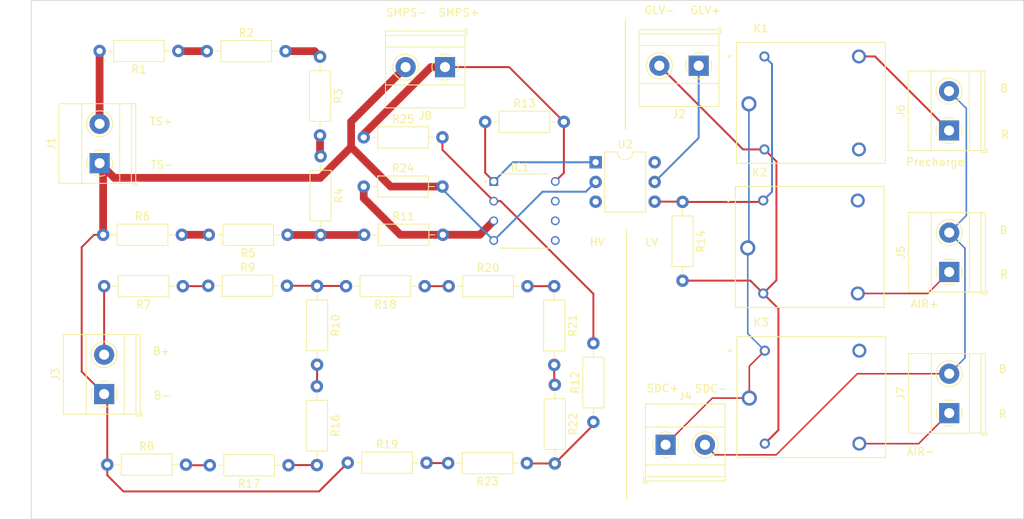
<source format=kicad_pcb>
(kicad_pcb (version 20221018) (generator pcbnew)
  (layers (0 "F.Cu" signal) (31 "B.Cu" signal) (34 "B.Paste" user) (35 "F.Paste" user) (36 "B.SilkS" user "B.Silkscreen") (37 "F.SilkS" user "F.Silkscreen") (38 "B.Mask" user) (39 "F.Mask" user) (44 "Edge.Cuts" user))
  (net 0 "")
  (net 1 "GND")
  (net 2 "VCC")
  (net 3 "Net-(IC1-1OUT)")
  (net 4 "Net-(J1-Pin_2)")
  (net 5 "SDC-")
  (net 6 "Net-(J3-Pin_2)")
  (net 7 "SDC+")
  (net 8 "AIR+")
  (net 9 "precharge")
  (net 10 "AIR-")
  (net 12 "rpower")
  (net 15 "+12V")
  (net 16 "Net-(R1-Pad1)")
  (net 17 "Net-(R2-Pad2)")
  (net 18 "Net-(R3-Pad2)")
  (net 19 "Net-(R11-Pad1)")
  (net 20 "Net-(R5-Pad2)")
  (net 21 "Net-(R7-Pad1)")
  (net 22 "Net-(R17-Pad2)")
  (net 23 "Net-(R10-Pad1)")
  (net 24 "Net-(R10-Pad2)")
  (net 25 "Net-(R12-Pad1)")
  (net 26 "Net-(R16-Pad2)")
  (net 27 "Net-(R18-Pad1)")
  (net 28 "Net-(R19-Pad2)")
  (net 29 "Net-(R20-Pad2)")
  (net 30 "Net-(R21-Pad2)")
  (net 33 "Net-(IC1-1IN-)")
  (net 34 "Net-(IC1-1IN+)")
  (net 38 "GND1")
  (footprint "Resistor_THT:R_Axial_DIN0207_L6.3mm_D2.5mm_P10.16mm_Horizontal" (layer "F.Cu") (at 101.0666 84.5058 90)
    (fp_text reference "R12" (at 5.08 -2.37 90) (layer "F.SilkS"))
    (fp_text value "100")
    (pad "1" thru_hole circle (at 0 0 90) (size 1.6 1.6) (drill 0.8) (layers "*.Cu" "*.Mask") (net 25 "Net-(R12-Pad1)"))
    (pad "2" thru_hole oval (at 10.16 0 90) (size 1.6 1.6) (drill 0.8) (layers "*.Cu" "*.Mask") (net 33 "Net-(IC1-1IN-)"))
  )
  (footprint "Resistor_THT:R_Axial_DIN0207_L6.3mm_D2.5mm_P10.16mm_Horizontal" (layer "F.Cu") (at 87.0966 45.7708)
    (fp_text reference "R13" (at 5.08 -2.37) (layer "F.SilkS"))
    (fp_text value "10k")
    (pad "1" thru_hole circle (at 0 0) (size 1.6 1.6) (drill 0.8) (layers "*.Cu" "*.Mask") (net 3 "Net-(IC1-1OUT)"))
    (pad "2" thru_hole oval (at 10.16 0) (size 1.6 1.6) (drill 0.8) (layers "*.Cu" "*.Mask") (net 15 "+12V"))
  )
  (footprint "TerminalBlock_Phoenix:TerminalBlock_Phoenix_MKDS-1,5-2-5.08_1x02_P5.08mm_Horizontal" (layer "F.Cu") (at 114.6556 38.5318 180)
    (fp_text reference "J2" (at 2.54 -6.26) (layer "F.SilkS"))
    (fp_text value "Screw_Terminal_01x02")
    (pad "1" thru_hole rect (at 0 0 180) (size 2.6 2.6) (drill 1.3) (layers "*.Cu" "*.Mask") (net 2 "VCC"))
    (pad "2" thru_hole circle (at 5.08 0 180) (size 2.6 2.6) (drill 1.3) (layers "*.Cu" "*.Mask") (net 38 "GND1"))
  )
  (footprint "Resistor_THT:R_Axial_DIN0207_L6.3mm_D2.5mm_P10.16mm_Horizontal" (layer "F.Cu") (at 65.786 37.3634 -90)
    (fp_text reference "R3" (at 5.08 -2.37 90) (layer "F.SilkS"))
    (fp_text value "82k")
    (pad "1" thru_hole circle (at 0 0 270) (size 1.6 1.6) (drill 0.8) (layers "*.Cu" "*.Mask") (net 17 "Net-(R2-Pad2)"))
    (pad "2" thru_hole oval (at 10.16 0 270) (size 1.6 1.6) (drill 0.8) (layers "*.Cu" "*.Mask") (net 18 "Net-(R3-Pad2)"))
  )
  (footprint "TerminalBlock_Phoenix:TerminalBlock_Phoenix_MKDS-1,5-2-5.08_1x02_P5.08mm_Horizontal" (layer "F.Cu") (at 37.9224 80.904 90)
    (fp_text reference "J3" (at 2.54 -6.26 90) (layer "F.SilkS"))
    (fp_text value "Conn_01x02_Socket")
    (pad "1" thru_hole rect (at 0 0 90) (size 2.6 2.6) (drill 1.3) (layers "*.Cu" "*.Mask") (net 1 "GND"))
    (pad "2" thru_hole circle (at 5.08 0 90) (size 2.6 2.6) (drill 1.3) (layers "*.Cu" "*.Mask") (net 6 "Net-(J3-Pin_2)"))
  )
  (footprint "Resistor_THT:R_Axial_DIN0207_L6.3mm_D2.5mm_P10.16mm_Horizontal" (layer "F.Cu") (at 69.3674 89.7636)
    (fp_text reference "R19" (at 5.08 -2.37) (layer "F.SilkS"))
    (fp_text value "1k")
    (pad "1" thru_hole circle (at 0 0) (size 1.6 1.6) (drill 0.8) (layers "*.Cu" "*.Mask") (net 1 "GND"))
    (pad "2" thru_hole oval (at 10.16 0) (size 1.6 1.6) (drill 0.8) (layers "*.Cu" "*.Mask") (net 28 "Net-(R19-Pad2)"))
  )
  (footprint "TerminalBlock_Phoenix:TerminalBlock_Phoenix_MKDS-1,5-2-5.08_1x02_P5.08mm_Horizontal" (layer "F.Cu") (at 81.915 38.7096 180)
    (fp_text reference "J8" (at 2.54 -6.26) (layer "F.SilkS"))
    (fp_text value "Screw_Terminal_01x02")
    (pad "1" thru_hole rect (at 0 0 180) (size 2.6 2.6) (drill 1.3) (layers "*.Cu" "*.Mask") (net 15 "+12V"))
    (pad "2" thru_hole circle (at 5.08 0 180) (size 2.6 2.6) (drill 1.3) (layers "*.Cu" "*.Mask") (net 1 "GND"))
  )
  (footprint "Resistor_THT:R_Axial_DIN0207_L6.3mm_D2.5mm_P10.16mm_Horizontal" (layer "F.Cu") (at 82.3976 66.9798)
    (fp_text reference "R20" (at 5.08 -2.37) (layer "F.SilkS"))
    (fp_text value "120k")
    (pad "1" thru_hole circle (at 0 0) (size 1.6 1.6) (drill 0.8) (layers "*.Cu" "*.Mask") (net 27 "Net-(R18-Pad1)"))
    (pad "2" thru_hole oval (at 10.16 0) (size 1.6 1.6) (drill 0.8) (layers "*.Cu" "*.Mask") (net 29 "Net-(R20-Pad2)"))
  )
  (footprint "MountingHole:MountingHole_3.5mm" (layer "F.Cu") (at 32.5374 34.3916)
    (fp_text reference "REF**" hide)
    (fp_text value "MountingHole_3.5mm")
    (pad "" np_thru_hole circle (at 0 0) (size 3.5 3.5) (drill 3.5) (layers "*.Cu" "*.Mask"))
  )
  (footprint "Package_DIP:DIP-6_W7.62mm" (layer "F.Cu") (at 101.356 50.9928)
    (fp_text reference "U2" (at 3.81 -2.33) (layer "F.SilkS"))
    (fp_text value "4N35")
    (pad "1" thru_hole rect (at 0 0) (size 1.6 1.6) (drill 0.8) (layers "*.Cu" "*.Mask") (net 3 "Net-(IC1-1OUT)"))
    (pad "2" thru_hole oval (at 0 2.54) (size 1.6 1.6) (drill 0.8) (layers "*.Cu" "*.Mask") (net 1 "GND"))
    (pad "3" thru_hole oval (at 0 5.08) (size 1.6 1.6) (drill 0.8) (layers "*.Cu" "*.Mask"))
    (pad "4" thru_hole oval (at 7.62 5.08) (size 1.6 1.6) (drill 0.8) (layers "*.Cu" "*.Mask") (net 12 "rpower"))
    (pad "5" thru_hole oval (at 7.62 2.54) (size 1.6 1.6) (drill 0.8) (layers "*.Cu" "*.Mask") (net 2 "VCC"))
    (pad "6" thru_hole oval (at 7.62 0) (size 1.6 1.6) (drill 0.8) (layers "*.Cu" "*.Mask"))
  )
  (footprint "TerminalBlock_Phoenix:TerminalBlock_Phoenix_MKDS-1,5-2-5.08_1x02_P5.08mm_Horizontal" (layer "F.Cu") (at 110.3834 87.4524)
    (fp_text reference "J4" (at 2.54 -6.26) (layer "F.SilkS"))
    (fp_text value "Screw_Terminal_01x02")
    (pad "1" thru_hole rect (at 0 0) (size 2.6 2.6) (drill 1.3) (layers "*.Cu" "*.Mask") (net 7 "SDC+"))
    (pad "2" thru_hole circle (at 5.08 0) (size 2.6 2.6) (drill 1.3) (layers "*.Cu" "*.Mask") (net 5 "SDC-"))
  )
  (footprint "Resistor_THT:R_Axial_DIN0207_L6.3mm_D2.5mm_P10.16mm_Horizontal" (layer "F.Cu") (at 71.4248 47.7774)
    (fp_text reference "R25" (at 5.08 -2.37) (layer "F.SilkS"))
    (fp_text value "10k")
    (pad "1" thru_hole circle (at 0 0) (size 1.6 1.6) (drill 0.8) (layers "*.Cu" "*.Mask") (net 15 "+12V"))
    (pad "2" thru_hole oval (at 10.16 0) (size 1.6 1.6) (drill 0.8) (layers "*.Cu" "*.Mask") (net 33 "Net-(IC1-1IN-)"))
  )
  (footprint "Resistor_THT:R_Axial_DIN0207_L6.3mm_D2.5mm_P10.16mm_Horizontal" (layer "F.Cu") (at 71.4756 60.3504)
    (fp_text reference "R11" (at 5.08 -2.37) (layer "F.SilkS"))
    (fp_text value "100")
    (pad "1" thru_hole circle (at 0 0) (size 1.6 1.6) (drill 0.8) (layers "*.Cu" "*.Mask") (net 19 "Net-(R11-Pad1)"))
    (pad "2" thru_hole oval (at 10.16 0) (size 1.6 1.6) (drill 0.8) (layers "*.Cu" "*.Mask") (net 34 "Net-(IC1-1IN+)"))
  )
  (footprint "Resistor_THT:R_Axial_DIN0207_L6.3mm_D2.5mm_P10.16mm_Horizontal" (layer "F.Cu") (at 65.3796 79.9084 -90)
    (fp_text reference "R16" (at 5.08 -2.37 90) (layer "F.SilkS"))
    (fp_text value "120k")
    (pad "1" thru_hole circle (at 0 0 270) (size 1.6 1.6) (drill 0.8) (layers "*.Cu" "*.Mask") (net 24 "Net-(R10-Pad2)"))
    (pad "2" thru_hole oval (at 10.16 0 270) (size 1.6 1.6) (drill 0.8) (layers "*.Cu" "*.Mask") (net 26 "Net-(R16-Pad2)"))
  )
  (footprint "TerminalBlock_Phoenix:TerminalBlock_Phoenix_MKDS-1,5-2-5.08_1x02_P5.08mm_Horizontal" (layer "F.Cu") (at 146.9898 83.3628 90)
    (fp_text reference "J7" (at 2.54 -6.26 90) (layer "F.SilkS"))
    (fp_text value "Screw_Terminal_01x02")
    (pad "1" thru_hole rect (at 0 0 90) (size 2.6 2.6) (drill 1.3) (layers "*.Cu" "*.Mask") (net 10 "AIR-"))
    (pad "2" thru_hole circle (at 5.08 0 90) (size 2.6 2.6) (drill 1.3) (layers "*.Cu" "*.Mask") (net 5 "SDC-"))
  )
  (footprint "Resistor_THT:R_Axial_DIN0207_L6.3mm_D2.5mm_P10.16mm_Horizontal" (layer "F.Cu") (at 61.595 60.3504 180)
    (fp_text reference "R5" (at 5.08 -2.37) (layer "F.SilkS"))
    (fp_text value "1k")
    (pad "1" thru_hole circle (at 0 0 180) (size 1.6 1.6) (drill 0.8) (layers "*.Cu" "*.Mask") (net 19 "Net-(R11-Pad1)"))
    (pad "2" thru_hole oval (at 10.16 0 180) (size 1.6 1.6) (drill 0.8) (layers "*.Cu" "*.Mask") (net 20 "Net-(R5-Pad2)"))
  )
  (footprint "Resistor_THT:R_Axial_DIN0207_L6.3mm_D2.5mm_P10.16mm_Horizontal" (layer "F.Cu") (at 96.012 66.9798 -90)
    (fp_text reference "R21" (at 5.08 -2.37 90) (layer "F.SilkS"))
    (fp_text value "82k")
    (pad "1" thru_hole circle (at 0 0 270) (size 1.6 1.6) (drill 0.8) (layers "*.Cu" "*.Mask") (net 29 "Net-(R20-Pad2)"))
    (pad "2" thru_hole oval (at 10.16 0 270) (size 1.6 1.6) (drill 0.8) (layers "*.Cu" "*.Mask") (net 30 "Net-(R21-Pad2)"))
  )
  (footprint "MountingHole:MountingHole_3.5mm" (layer "F.Cu") (at 148.59 34.2392)
    (fp_text reference "REF**" hide)
    (fp_text value "MountingHole_3.5mm")
    (pad "" np_thru_hole circle (at 0 0) (size 3.5 3.5) (drill 3.5) (layers "*.Cu" "*.Mask"))
  )
  (footprint "Resistor_THT:R_Axial_DIN0207_L6.3mm_D2.5mm_P10.16mm_Horizontal" (layer "F.Cu") (at 61.722 90.0938 180)
    (fp_text reference "R17" (at 5.08 -2.37) (layer "F.SilkS"))
    (fp_text value "82k")
    (pad "1" thru_hole circle (at 0 0 180) (size 1.6 1.6) (drill 0.8) (layers "*.Cu" "*.Mask") (net 26 "Net-(R16-Pad2)"))
    (pad "2" thru_hole oval (at 10.16 0 180) (size 1.6 1.6) (drill 0.8) (layers "*.Cu" "*.Mask") (net 22 "Net-(R17-Pad2)"))
  )
  (footprint "SRD-12VDC-SL-C:RELAY_SRD-12VDC-SL-C" (layer "F.Cu") (at 129.2397 43.3324)
    (fp_text reference "K1" (at -6.575 -9.635) (layer "F.SilkS"))
    (fp_text value "SRD-12VDC-SL-C")
    (pad "COIL1" thru_hole circle (at -6.1 -6) (size 1.308 1.308) (drill 0.8) (layers "*.Cu" "*.Mask") (net 12 "rpower"))
    (pad "COIL2" thru_hole circle (at -6.1 6) (size 1.308 1.308) (drill 0.8) (layers "*.Cu" "*.Mask") (net 38 "GND1"))
    (pad "COM" thru_hole circle (at -8.1 0.12) (size 1.95 1.95) (drill 1.3) (layers "*.Cu" "*.Mask") (net 7 "SDC+"))
    (pad "NC" thru_hole circle (at 6.1 -6) (size 1.8 1.8) (drill 1.2) (layers "*.Cu" "*.Mask") (net 9 "precharge"))
    (pad "NO" thru_hole circle (at 6.1 6) (size 1.8 1.8) (drill 1.2) (layers "*.Cu" "*.Mask"))
  )
  (footprint "Resistor_THT:R_Axial_DIN0207_L6.3mm_D2.5mm_P10.16mm_Horizontal" (layer "F.Cu") (at 65.405 66.9544 -90)
    (fp_text reference "R10" (at 5.08 -2.37 90) (layer "F.SilkS"))
    (fp_text value "120k")
    (pad "1" thru_hole circle (at 0 0 270) (size 1.6 1.6) (drill 0.8) (layers "*.Cu" "*.Mask") (net 23 "Net-(R10-Pad1)"))
    (pad "2" thru_hole oval (at 10.16 0 270) (size 1.6 1.6) (drill 0.8) (layers "*.Cu" "*.Mask") (net 24 "Net-(R10-Pad2)"))
  )
  (footprint "Resistor_THT:R_Axial_DIN0207_L6.3mm_D2.5mm_P10.16mm_Horizontal" (layer "F.Cu") (at 51.181 36.6522)
    (fp_text reference "R2" (at 5.08 -2.37) (layer "F.SilkS"))
    (fp_text value "120k")
    (pad "1" thru_hole circle (at 0 0) (size 1.6 1.6) (drill 0.8) (layers "*.Cu" "*.Mask") (net 16 "Net-(R1-Pad1)"))
    (pad "2" thru_hole oval (at 10.16 0) (size 1.6 1.6) (drill 0.8) (layers "*.Cu" "*.Mask") (net 17 "Net-(R2-Pad2)"))
  )
  (footprint "LM393P THT:DIP794W45P254L959H508Q8" (layer "F.Cu") (at 92.1766 57.277)
    (fp_text reference "IC1" (at -0.565 -5.607) (layer "F.SilkS"))
    (fp_text value "LM393AN")
    (pad "1" thru_hole rect (at -3.97 -3.81) (size 1.13 1.13) (drill 0.78) (layers "*.Cu" "*.Mask") (net 3 "Net-(IC1-1OUT)"))
    (pad "2" thru_hole circle (at -3.97 -1.27) (size 1.13 1.13) (drill 0.78) (layers "*.Cu" "*.Mask") (net 33 "Net-(IC1-1IN-)"))
    (pad "3" thru_hole circle (at -3.97 1.27) (size 1.13 1.13) (drill 0.78) (layers "*.Cu" "*.Mask") (net 34 "Net-(IC1-1IN+)"))
    (pad "4" thru_hole circle (at -3.97 3.81) (size 1.13 1.13) (drill 0.78) (layers "*.Cu" "*.Mask") (net 1 "GND"))
    (pad "5" thru_hole circle (at 3.97 3.81) (size 1.13 1.13) (drill 0.78) (layers "*.Cu" "*.Mask"))
    (pad "6" thru_hole circle (at 3.97 1.27) (size 1.13 1.13) (drill 0.78) (layers "*.Cu" "*.Mask"))
    (pad "7" thru_hole circle (at 3.97 -1.27) (size 1.13 1.13) (drill 0.78) (layers "*.Cu" "*.Mask"))
    (pad "8" thru_hole circle (at 3.97 -3.81) (size 1.13 1.13) (drill 0.78) (layers "*.Cu" "*.Mask") (net 15 "+12V"))
  )
  (footprint "Resistor_THT:R_Axial_DIN0207_L6.3mm_D2.5mm_P10.16mm_Horizontal" (layer "F.Cu") (at 92.4814 89.8144 180)
    (fp_text reference "R23" (at 5.08 -2.37) (layer "F.SilkS"))
    (fp_text value "1k")
    (pad "1" thru_hole circle (at 0 0 180) (size 1.6 1.6) (drill 0.8) (layers "*.Cu" "*.Mask") (net 25 "Net-(R12-Pad1)"))
    (pad "2" thru_hole oval (at 10.16 0 180) (size 1.6 1.6) (drill 0.8) (layers "*.Cu" "*.Mask") (net 28 "Net-(R19-Pad2)"))
  )
  (footprint "Resistor_THT:R_Axial_DIN0207_L6.3mm_D2.5mm_P10.16mm_Horizontal" (layer "F.Cu") (at 51.3588 66.929)
    (fp_text reference "R9" (at 5.08 -2.37) (layer "F.SilkS"))
    (fp_text value "10k")
    (pad "1" thru_hole circle (at 0 0) (size 1.6 1.6) (drill 0.8) (layers "*.Cu" "*.Mask") (net 21 "Net-(R7-Pad1)"))
    (pad "2" thru_hole oval (at 10.16 0) (size 1.6 1.6) (drill 0.8) (layers "*.Cu" "*.Mask") (net 23 "Net-(R10-Pad1)"))
  )
  (footprint "SRD-12VDC-SL-C:RELAY_SRD-12VDC-SL-C" (layer "F.Cu") (at 129.2905 81.3054)
    (fp_text reference "K3" (at -6.575 -9.635) (layer "F.SilkS"))
    (fp_text value "SRD-12VDC-SL-C")
    (pad "COIL1" thru_hole circle (at -6.1 -6) (size 1.308 1.308) (drill 0.8) (layers "*.Cu" "*.Mask") (net 7 "SDC+"))
    (pad "COIL2" thru_hole circle (at -6.1 6) (size 1.308 1.308) (drill 0.8) (layers "*.Cu" "*.Mask") (net 38 "GND1"))
    (pad "COM" thru_hole circle (at -8.1 0.12) (size 1.95 1.95) (drill 1.3) (layers "*.Cu" "*.Mask") (net 7 "SDC+"))
    (pad "NC" thru_hole circle (at 6.1 -6) (size 1.8 1.8) (drill 1.2) (layers "*.Cu" "*.Mask"))
    (pad "NO" thru_hole circle (at 6.1 6) (size 1.8 1.8) (drill 1.2) (layers "*.Cu" "*.Mask") (net 10 "AIR-"))
  )
  (footprint "SRD-12VDC-SL-C:RELAY_SRD-12VDC-SL-C" (layer "F.Cu") (at 129.0873 61.9252)
    (fp_text reference "K2" (at -6.575 -9.635) (layer "F.SilkS"))
    (fp_text value "SRD-12VDC-SL-C")
    (pad "COIL1" thru_hole circle (at -6.1 -6) (size 1.308 1.308) (drill 0.8) (layers "*.Cu" "*.Mask") (net 12 "rpower"))
    (pad "COIL2" thru_hole circle (at -6.1 6) (size 1.308 1.308) (drill 0.8) (layers "*.Cu" "*.Mask") (net 38 "GND1"))
    (pad "COM" thru_hole circle (at -8.1 0.12) (size 1.95 1.95) (drill 1.3) (layers "*.Cu" "*.Mask") (net 7 "SDC+"))
    (pad "NC" thru_hole circle (at 6.1 -6) (size 1.8 1.8) (drill 1.2) (layers "*.Cu" "*.Mask"))
    (pad "NO" thru_hole circle (at 6.1 6) (size 1.8 1.8) (drill 1.2) (layers "*.Cu" "*.Mask") (net 8 "AIR+"))
  )
  (footprint "TerminalBlock_Phoenix:TerminalBlock_Phoenix_MKDS-1,5-2-5.08_1x02_P5.08mm_Horizontal" (layer "F.Cu") (at 37.3382 51.1098 90)
    (fp_text reference "J1" (at 2.54 -6.26 90) (layer "F.SilkS"))
    (fp_text value "Conn_01x02_Socket")
    (pad "1" thru_hole rect (at 0 0 90) (size 2.6 2.6) (drill 1.3) (layers "*.Cu" "*.Mask") (net 1 "GND"))
    (pad "2" thru_hole circle (at 5.08 0 90) (size 2.6 2.6) (drill 1.3) (layers "*.Cu" "*.Mask") (net 4 "Net-(J1-Pin_2)"))
  )
  (footprint "MountingHole:MountingHole_3.5mm" (layer "F.Cu") (at 148.5646 91.6178)
    (fp_text reference "REF**" hide)
    (fp_text value "MountingHole_3.5mm")
    (pad "" np_thru_hole circle (at 0 0) (size 3.5 3.5) (drill 3.5) (layers "*.Cu" "*.Mask"))
  )
  (footprint "Resistor_THT:R_Axial_DIN0207_L6.3mm_D2.5mm_P10.16mm_Horizontal" (layer "F.Cu") (at 38.3286 90.0176)
    (fp_text reference "R8" (at 5.08 -2.37) (layer "F.SilkS"))
    (fp_text value "64k")
    (pad "1" thru_hole circle (at 0 0) (size 1.6 1.6) (drill 0.8) (layers "*.Cu" "*.Mask") (net 1 "GND"))
    (pad "2" thru_hole oval (at 10.16 0) (size 1.6 1.6) (drill 0.8) (layers "*.Cu" "*.Mask") (net 22 "Net-(R17-Pad2)"))
  )
  (footprint "Resistor_THT:R_Axial_DIN0207_L6.3mm_D2.5mm_P10.16mm_Horizontal" (layer "F.Cu") (at 96.0882 79.7052 -90)
    (fp_text reference "R22" (at 5.08 -2.37 90) (layer "F.SilkS"))
    (fp_text value "1k")
    (pad "1" thru_hole circle (at 0 0 270) (size 1.6 1.6) (drill 0.8) (layers "*.Cu" "*.Mask") (net 30 "Net-(R21-Pad2)"))
    (pad "2" thru_hole oval (at 10.16 0 270) (size 1.6 1.6) (drill 0.8) (layers "*.Cu" "*.Mask") (net 25 "Net-(R12-Pad1)"))
  )
  (footprint "TerminalBlock_Phoenix:TerminalBlock_Phoenix_MKDS-1,5-2-5.08_1x02_P5.08mm_Horizontal" (layer "F.Cu") (at 146.9644 46.8884 90)
    (fp_text reference "J6" (at 2.54 -6.26 90) (layer "F.SilkS"))
    (fp_text value "Screw_Terminal_01x02")
    (pad "1" thru_hole rect (at 0 0 90) (size 2.6 2.6) (drill 1.3) (layers "*.Cu" "*.Mask") (net 9 "precharge"))
    (pad "2" thru_hole circle (at 5.08 0 90) (size 2.6 2.6) (drill 1.3) (layers "*.Cu" "*.Mask") (net 5 "SDC-"))
  )
  (footprint "Resistor_THT:R_Axial_DIN0207_L6.3mm_D2.5mm_P10.16mm_Horizontal" (layer "F.Cu") (at 112.5728 56.1086 -90)
    (fp_text reference "R14" (at 5.08 -2.37 90) (layer "F.SilkS"))
    (fp_text value "10k")
    (pad "1" thru_hole circle (at 0 0 270) (size 1.6 1.6) (drill 0.8) (layers "*.Cu" "*.Mask") (net 12 "rpower"))
    (pad "2" thru_hole oval (at 10.16 0 270) (size 1.6 1.6) (drill 0.8) (layers "*.Cu" "*.Mask") (net 38 "GND1"))
  )
  (footprint "MountingHole:MountingHole_3.5mm" (layer "F.Cu") (at 32.766 91.5162)
    (fp_text reference "REF**" hide)
    (fp_text value "MountingHole_3.5mm")
    (pad "" np_thru_hole circle (at 0 0) (size 3.5 3.5) (drill 3.5) (layers "*.Cu" "*.Mask"))
  )
  (footprint "Resistor_THT:R_Axial_DIN0207_L6.3mm_D2.5mm_P10.16mm_Horizontal" (layer "F.Cu") (at 37.7952 60.3504)
    (fp_text reference "R6" (at 5.08 -2.37) (layer "F.SilkS"))
    (fp_text value "1k")
    (pad "1" thru_hole circle (at 0 0) (size 1.6 1.6) (drill 0.8) (layers "*.Cu" "*.Mask") (net 1 "GND"))
    (pad "2" thru_hole oval (at 10.16 0) (size 1.6 1.6) (drill 0.8) (layers "*.Cu" "*.Mask") (net 20 "Net-(R5-Pad2)"))
  )
  (footprint "Resistor_THT:R_Axial_DIN0207_L6.3mm_D2.5mm_P10.16mm_Horizontal" (layer "F.Cu") (at 47.498 36.6268 180)
    (fp_text reference "R1" (at 5.08 -2.37) (layer "F.SilkS"))
    (fp_text value "120k")
    (pad "1" thru_hole circle (at 0 0 180) (size 1.6 1.6) (drill 0.8) (layers "*.Cu" "*.Mask") (net 16 "Net-(R1-Pad1)"))
    (pad "2" thru_hole oval (at 10.16 0 180) (size 1.6 1.6) (drill 0.8) (layers "*.Cu" "*.Mask") (net 4 "Net-(J1-Pin_2)"))
  )
  (footprint "Resistor_THT:R_Axial_DIN0207_L6.3mm_D2.5mm_P10.16mm_Horizontal" (layer "F.Cu") (at 48.0822 66.9798 180)
    (fp_text reference "R7" (at 5.08 -2.37) (layer "F.SilkS"))
    (fp_text value "10k")
    (pad "1" thru_hole circle (at 0 0 180) (size 1.6 1.6) (drill 0.8) (layers "*.Cu" "*.Mask") (net 21 "Net-(R7-Pad1)"))
    (pad "2" thru_hole oval (at 10.16 0 180) (size 1.6 1.6) (drill 0.8) (layers "*.Cu" "*.Mask") (net 6 "Net-(J3-Pin_2)"))
  )
  (footprint "Resistor_THT:R_Axial_DIN0207_L6.3mm_D2.5mm_P10.16mm_Horizontal" (layer "F.Cu") (at 71.4248 54.1274)
    (fp_text reference "R24" (at 5.08 -2.37) (layer "F.SilkS"))
    (fp_text value "10k")
    (pad "1" thru_hole circle (at 0 0) (size 1.6 1.6) (drill 0.8) (layers "*.Cu" "*.Mask") (net 34 "Net-(IC1-1IN+)"))
    (pad "2" thru_hole oval (at 10.16 0) (size 1.6 1.6) (drill 0.8) (layers "*.Cu" "*.Mask") (net 1 "GND"))
  )
  (footprint "Resistor_THT:R_Axial_DIN0207_L6.3mm_D2.5mm_P10.16mm_Horizontal" (layer "F.Cu") (at 79.2988 66.9798 180)
    (fp_text reference "R18" (at 5.08 -2.37) (layer "F.SilkS"))
    (fp_text value "120k")
    (pad "1" thru_hole circle (at 0 0 180) (size 1.6 1.6) (drill 0.8) (layers "*.Cu" "*.Mask") (net 27 "Net-(R18-Pad1)"))
    (pad "2" thru_hole oval (at 10.16 0 180) (size 1.6 1.6) (drill 0.8) (layers "*.Cu" "*.Mask") (net 23 "Net-(R10-Pad1)"))
  )
  (footprint "Resistor_THT:R_Axial_DIN0207_L6.3mm_D2.5mm_P10.16mm_Horizontal" (layer "F.Cu") (at 65.8622 50.2158 -90)
    (fp_text reference "R4" (at 5.08 -2.37 90) (layer "F.SilkS"))
    (fp_text value "1k")
    (pad "1" thru_hole circle (at 0 0 270) (size 1.6 1.6) (drill 0.8) (layers "*.Cu" "*.Mask") (net 18 "Net-(R3-Pad2)"))
    (pad "2" thru_hole oval (at 10.16 0 270) (size 1.6 1.6) (drill 0.8) (layers "*.Cu" "*.Mask") (net 19 "Net-(R11-Pad1)"))
  )
  (footprint "TerminalBlock_Phoenix:TerminalBlock_Phoenix_MKDS-1,5-2-5.08_1x02_P5.08mm_Horizontal" (layer "F.Cu") (at 146.9898 65.151 90)
    (fp_text reference "J5" (at 2.54 -6.26 90) (layer "F.SilkS"))
    (fp_text value "Screw_Terminal_01x02")
    (pad "1" thru_hole rect (at 0 0 90) (size 2.6 2.6) (drill 1.3) (layers "*.Cu" "*.Mask") (net 8 "AIR+"))
    (pad "2" thru_hole circle (at 5.08 0 90) (size 2.6 2.6) (drill 1.3) (layers "*.Cu" "*.Mask") (net 5 "SDC-"))
  )
  (gr_line (start 105.3338 59.7154) (end 105.3338 94.4118) (stroke (width 0.15)) (layer "F.SilkS"))
  (gr_line (start 105.2068 46.6852) (end 105.2068 32.6136) (stroke (width 0.15)) (layer "F.SilkS"))
  (gr_rect (start 28.5115 30.099) (end 156.6037 97.028) (stroke (width 0.1)) (fill none) (layer "Edge.Cuts"))
  (gr_text "TS-" (at 43.8404 51.8922) (layer "F.SilkS") (effects (font (size 1 1)) (justify left bottom)))
  (gr_text "B" (at 153.4668 42.037) (layer "F.SilkS") (effects (font (size 1 1)) (justify left bottom)))
  (gr_text "R" (at 153.289 84.074) (layer "F.SilkS") (effects (font (size 1 1)) (justify left bottom)))
  (gr_text "AIR+" (at 141.9352 69.85) (layer "F.SilkS") (effects (font (size 1 1)) (justify left bottom)))
  (gr_text "GLV-" (at 107.569 31.9532) (layer "F.SilkS") (effects (font (size 1 1)) (justify left bottom)))
  (gr_text "R" (at 153.4414 66.04) (layer "F.SilkS") (effects (font (size 1 1)) (justify left bottom)))
  (gr_text "SDC-" (at 114.0968 80.7974) (layer "F.SilkS") (effects (font (size 1 1)) (justify left bottom)))
  (gr_text "HV" (at 100.5078 61.8744) (layer "F.SilkS") (effects (font (size 1 1)) (justify left bottom)))
  (gr_text "GLV+" (at 113.4872 31.9532) (layer "F.SilkS") (effects (font (size 1 1)) (justify left bottom)))
  (gr_text "B" (at 153.401453 60.327185) (layer "F.SilkS") (effects (font (size 1 1)) (justify left bottom)))
  (gr_text "Precharge" (at 141.3002 51.5366) (layer "F.SilkS") (effects (font (size 1 1)) (justify left bottom)))
  (gr_text "B-" (at 44.2214 81.661) (layer "F.SilkS") (effects (font (size 1 1)) (justify left bottom)))
  (gr_text "LV" (at 107.6452 61.8744) (layer "F.SilkS") (effects (font (size 1 1)) (justify left bottom)))
  (gr_text "B+" (at 44.1198 75.946) (layer "F.SilkS") (effects (font (size 1 1)) (justify left bottom)))
  (gr_text "B" (at 153.289 78.2574) (layer "F.SilkS") (effects (font (size 1 1)) (justify left bottom)))
  (gr_text "SMPS-" (at 74.1934 32.258) (layer "F.SilkS") (effects (font (size 1 1)) (justify left bottom)))
  (gr_text "AIR-" (at 141.4272 88.9254) (layer "F.SilkS") (effects (font (size 1 1)) (justify left bottom)))
  (gr_text "SDC+" (at 107.8484 80.7466) (layer "F.SilkS") (effects (font (size 1 1)) (justify left bottom)))
  (gr_text "R" (at 153.5938 48.006) (layer "F.SilkS") (effects (font (size 1 1)) (justify left bottom)))
  (gr_text "TS+" (at 43.7134 46.3042) (layer "F.SilkS") (effects (font (size 1 1)) (justify left bottom)))
  (gr_text "SMPS+" (at 80.9752 32.258) (layer "F.SilkS") (effects (font (size 1 1)) (justify left bottom)))
  (segment (start 38.3286 91.3892) (end 40.4114 93.472) (width 0.25) (layer "F.Cu") (net 1))
  (segment (start 38.3286 81.3102) (end 37.9224 80.904) (width 0.25) (layer "F.Cu") (net 1))
  (segment (start 74.9046 54.1274) (end 81.5848 54.1274) (width 1) (layer "F.Cu") (net 1))
  (segment (start 37.3382 51.1098) (end 39.2308 53.0024) (width 1) (layer "F.Cu") (net 1))
  (segment (start 65.8188 53.0024) (end 69.7992 49.022) (width 1) (layer "F.Cu") (net 1))
  (segment (start 76.835 38.7096) (end 69.7992 45.7454) (width 1) (layer "F.Cu") (net 1))
  (segment (start 39.2308 53.0024) (end 65.8188 53.0024) (width 1) (layer "F.Cu") (net 1))
  (segment (start 38.3286 90.0176) (end 38.3286 91.3892) (width 0.25) (layer "F.Cu") (net 1))
  (segment (start 36.6268 60.3504) (end 35.0266 61.9506) (width 0.25) (layer "F.Cu") (net 1))
  (segment (start 38.3286 90.0176) (end 38.3286 81.3102) (width 0.25) (layer "F.Cu") (net 1))
  (segment (start 37.7952 51.5668) (end 37.3382 51.1098) (width 0.25) (layer "F.Cu") (net 1))
  (segment (start 37.7952 60.3504) (end 36.6268 60.3504) (width 0.25) (layer "F.Cu") (net 1))
  (segment (start 40.4114 93.472) (end 65.659 93.472) (width 0.25) (layer "F.Cu") (net 1))
  (segment (start 69.7992 49.022) (end 74.9046 54.1274) (width 1) (layer "F.Cu") (net 1))
  (segment (start 37.7952 60.3504) (end 37.7952 51.5668) (width 1) (layer "F.Cu") (net 1))
  (segment (start 69.7992 45.7454) (end 69.7992 49.022) (width 1) (layer "F.Cu") (net 1))
  (segment (start 35.0266 61.9506) (end 35.0266 78.0082) (width 0.25) (layer "F.Cu") (net 1))
  (segment (start 65.659 93.472) (end 69.3674 89.7636) (width 0.25) (layer "F.Cu") (net 1))
  (segment (start 35.0266 78.0082) (end 37.9224 80.904) (width 0.25) (layer "F.Cu") (net 1))
  (segment (start 94.5058 54.7878) (end 100.101 54.7878) (width 0.25) (layer "B.Cu") (net 1))
  (segment (start 88.2066 61.087) (end 81.5848 54.4652) (width 0.25) (layer "B.Cu") (net 1))
  (segment (start 81.5848 54.4652) (end 81.5848 54.1274) (width 0.25) (layer "B.Cu") (net 1))
  (segment (start 100.101 54.7878) (end 101.356 53.5328) (width 0.25) (layer "B.Cu") (net 1))
  (segment (start 88.2066 61.087) (end 94.5058 54.7878) (width 0.25) (layer "B.Cu") (net 1))
  (segment (start 108.976 53.5328) (end 114.6556 47.8532) (width 0.25) (layer "B.Cu") (net 2))
  (segment (start 114.6556 47.8532) (end 114.6556 38.5318) (width 0.25) (layer "B.Cu") (net 2))
  (segment (start 87.0966 52.357) (end 88.2066 53.467) (width 0.25) (layer "F.Cu") (net 3))
  (segment (start 87.0966 45.7708) (end 87.0966 52.357) (width 0.25) (layer "F.Cu") (net 3))
  (segment (start 88.2066 53.467) (end 90.6808 50.9928) (width 0.25) (layer "B.Cu") (net 3))
  (segment (start 90.6808 50.9928) (end 101.356 50.9928) (width 0.25) (layer "B.Cu") (net 3))
  (segment (start 37.3382 36.627) (end 37.338 36.6268) (width 0.25) (layer "F.Cu") (net 4))
  (segment (start 37.338 46.0296) (end 37.3382 46.0298) (width 0.25) (layer "F.Cu") (net 4))
  (segment (start 37.338 36.6268) (end 37.338 46.0296) (width 1) (layer "F.Cu") (net 4))
  (segment (start 146.9898 78.2828) (end 135.128 78.2828) (width 0.2) (layer "F.Cu") (net 5))
  (segment (start 116.7634 88.7524) (end 115.4634 87.4524) (width 0.2) (layer "F.Cu") (net 5))
  (segment (start 124.6584 88.7524) (end 116.7634 88.7524) (width 0.2) (layer "F.Cu") (net 5))
  (segment (start 135.128 78.2828) (end 124.6584 88.7524) (width 0.2) (layer "F.Cu") (net 5))
  (segment (start 149.0218 76.2508) (end 149.0218 62.103) (width 0.2) (layer "B.Cu") (net 5))
  (segment (start 149.1996 44.0436) (end 146.9644 41.8084) (width 0.2) (layer "B.Cu") (net 5))
  (segment (start 149.1996 57.8612) (end 149.1996 44.0436) (width 0.2) (layer "B.Cu") (net 5))
  (segment (start 149.0218 62.103) (end 146.9898 60.071) (width 0.2) (layer "B.Cu") (net 5))
  (segment (start 146.9898 78.2828) (end 149.0218 76.2508) (width 0.2) (layer "B.Cu") (net 5))
  (segment (start 146.9898 60.071) (end 149.1996 57.8612) (width 0.2) (layer "B.Cu") (net 5))
  (segment (start 37.9222 66.9798) (end 37.9222 75.8238) (width 0.25) (layer "F.Cu") (net 6))
  (segment (start 37.9222 75.8238) (end 37.9224 75.824) (width 0.25) (layer "F.Cu") (net 6))
  (segment (start 116.4104 81.4254) (end 121.1905 81.4254) (width 0.2) (layer "F.Cu") (net 7))
  (segment (start 121.1905 81.4254) (end 121.1905 77.3054) (width 0.2) (layer "F.Cu") (net 7))
  (segment (start 110.3834 87.4524) (end 116.4104 81.4254) (width 0.2) (layer "F.Cu") (net 7))
  (segment (start 121.1905 77.3054) (end 123.1905 75.3054) (width 0.2) (layer "F.Cu") (net 7))
  (segment (start 120.9873 62.0452) (end 120.9873 73.1022) (width 0.2) (layer "B.Cu") (net 7))
  (segment (start 120.9873 73.1022) (end 123.1905 75.3054) (width 0.2) (layer "B.Cu") (net 7))
  (segment (start 121.1397 61.8928) (end 120.9873 62.0452) (width 0.2) (layer "B.Cu") (net 7))
  (segment (start 121.1397 43.4524) (end 121.1397 61.8928) (width 0.2) (layer "B.Cu") (net 7))
  (segment (start 135.1873 67.9252) (end 144.2156 67.9252) (width 0.2) (layer "F.Cu") (net 8))
  (segment (start 144.2156 67.9252) (end 146.9898 65.151) (width 0.2) (layer "F.Cu") (net 8))
  (segment (start 137.4084 37.3324) (end 146.9644 46.8884) (width 0.25) (layer "F.Cu") (net 9))
  (segment (start 135.3397 37.3324) (end 137.4084 37.3324) (width 0.25) (layer "F.Cu") (net 9))
  (segment (start 143.0472 87.3054) (end 146.9898 83.3628) (width 0.2) (layer "F.Cu") (net 10))
  (segment (start 135.3905 87.3054) (end 143.0472 87.3054) (width 0.2) (layer "F.Cu") (net 10))
  (segment (start 112.537 56.0728) (end 112.5728 56.1086) (width 0.25) (layer "F.Cu") (net 12))
  (segment (start 122.8039 56.1086) (end 122.9873 55.9252) (width 0.25) (layer "F.Cu") (net 12))
  (segment (start 108.976 56.0728) (end 112.537 56.0728) (width 0.25) (layer "F.Cu") (net 12))
  (segment (start 112.5728 56.1086) (end 122.8039 56.1086) (width 0.25) (layer "F.Cu") (net 12))
  (segment (start 124.1187 38.3114) (end 123.1397 37.3324) (width 0.25) (layer "B.Cu") (net 12))
  (segment (start 122.9873 55.9252) (end 124.1187 54.7938) (width 0.25) (layer "B.Cu") (net 12))
  (segment (start 124.1187 54.7938) (end 124.1187 38.3114) (width 0.25) (layer "B.Cu") (net 12))
  (segment (start 81.915 38.7096) (end 80.0862 38.7096) (width 1) (layer "F.Cu") (net 15))
  (segment (start 81.915 38.7096) (end 90.1954 38.7096) (width 0.25) (layer "F.Cu") (net 15))
  (segment (start 90.1954 38.7096) (end 97.2566 45.7708) (width 0.25) (layer "F.Cu") (net 15))
  (segment (start 80.0862 38.7096) (end 71.4248 47.371) (width 1) (layer "F.Cu") (net 15))
  (segment (start 97.2566 52.357) (end 96.1466 53.467) (width 0.25) (layer "F.Cu") (net 15))
  (segment (start 71.4248 47.371) (end 71.4248 47.7774) (width 0.25) (layer "F.Cu") (net 15))
  (segment (start 97.2566 45.7708) (end 97.2566 52.357) (width 0.25) (layer "F.Cu") (net 15))
  (segment (start 51.181 36.6522) (end 47.5234 36.6522) (width 1) (layer "F.Cu") (net 16))
  (segment (start 51.1556 36.6268) (end 51.181 36.6522) (width 0.25) (layer "F.Cu") (net 16))
  (segment (start 47.5234 36.6522) (end 47.498 36.6268) (width 0.25) (layer "F.Cu") (net 16))
  (segment (start 65.0748 36.6522) (end 61.341 36.6522) (width 1) (layer "F.Cu") (net 17))
  (segment (start 65.786 37.3634) (end 65.0748 36.6522) (width 1) (layer "F.Cu") (net 17))
  (segment (start 65.786 47.5234) (end 65.786 50.1396) (width 1) (layer "F.Cu") (net 18))
  (segment (start 65.786 50.1396) (end 65.8622 50.2158) (width 0.25) (layer "F.Cu") (net 18))
  (segment (start 65.8622 60.3758) (end 61.6204 60.3758) (width 1) (layer "F.Cu") (net 19))
  (segment (start 71.4502 60.3758) (end 71.4756 60.3504) (width 0.25) (layer "F.Cu") (net 19))
  (segment (start 61.6204 60.3758) (end 61.595 60.3504) (width 0.25) (layer "F.Cu") (net 19))
  (segment (start 65.8622 60.3758) (end 71.4502 60.3758) (width 1) (layer "F.Cu") (net 19))
  (segment (start 51.435 60.3504) (end 47.9552 60.3504) (width 1) (layer "F.Cu") (net 20))
  (segment (start 51.308 66.9798) (end 51.3588 66.929) (width 0.25) (layer "F.Cu") (net 21))
  (segment (start 48.0822 66.9798) (end 51.308 66.9798) (width 0.25) (layer "F.Cu") (net 21))
  (segment (start 51.562 90.0938) (end 48.5648 90.0938) (width 0.25) (layer "F.Cu") (net 22))
  (segment (start 48.5648 90.0938) (end 48.4886 90.0176) (width 0.25) (layer "F.Cu") (net 22))
  (segment (start 61.5188 66.929) (end 65.3796 66.929) (width 0.25) (layer "F.Cu") (net 23))
  (segment (start 65.405 66.9544) (end 69.1134 66.9544) (width 0.25) (layer "F.Cu") (net 23))
  (segment (start 65.3796 66.929) (end 65.405 66.9544) (width 0.25) (layer "F.Cu") (net 23))
  (segment (start 69.1134 66.9544) (end 69.1388 66.9798) (width 0.25) (layer "F.Cu") (net 23))
  (segment (start 65.405 79.883) (end 65.3796 79.9084) (width 0.25) (layer "F.Cu") (net 24))
  (segment (start 65.405 77.1144) (end 65.405 79.883) (width 0.25) (layer "F.Cu") (net 24))
  (segment (start 96.0882 89.8652) (end 92.5322 89.8652) (width 0.25) (layer "F.Cu") (net 25))
  (segment (start 101.0666 84.8868) (end 101.0666 84.5058) (width 0.25) (layer "F.Cu") (net 25))
  (segment (start 96.0882 89.8652) (end 101.0666 84.8868) (width 0.25) (layer "F.Cu") (net 25))
  (segment (start 92.5322 89.8652) (end 92.4814 89.8144) (width 0.25) (layer "F.Cu") (net 25))
  (segment (start 61.7474 90.0684) (end 61.722 90.0938) (width 0.25) (layer "F.Cu") (net 26))
  (segment (start 65.3796 90.0684) (end 61.7474 90.0684) (width 0.25) (layer "F.Cu") (net 26))
  (segment (start 79.2988 66.9798) (end 82.3976 66.9798) (width 0.25) (layer "F.Cu") (net 27))
  (segment (start 79.5782 89.8144) (end 79.5274 89.7636) (width 0.25) (layer "F.Cu") (net 28))
  (segment (start 82.3214 89.8144) (end 79.5782 89.8144) (width 0.25) (layer "F.Cu") (net 28))
  (segment (start 92.5576 66.9798) (end 96.012 66.9798) (width 0.25) (layer "F.Cu") (net 29))
  (segment (start 96.012 77.1398) (end 96.012 79.629) (width 0.25) (layer "F.Cu") (net 30))
  (segment (start 96.012 79.629) (end 96.0882 79.7052) (width 0.25) (layer "F.Cu") (net 30))
  (segment (start 101.0666 67.9704) (end 101.0666 74.3458) (width 0.25) (layer "F.Cu") (net 33))
  (segment (start 89.1032 56.007) (end 101.0666 67.9704) (width 0.25) (layer "F.Cu") (net 33))
  (segment (start 88.2066 56.007) (end 89.1032 56.007) (width 0.25) (layer "F.Cu") (net 33))
  (segment (start 81.5848 49.3852) (end 88.2066 56.007) (width 0.25) (layer "F.Cu") (net 33))
  (segment (start 81.5848 47.7774) (end 81.5848 49.3852) (width 0.25) (layer "F.Cu") (net 33))
  (segment (start 81.6356 60.3504) (end 76.1492 60.3504) (width 1) (layer "F.Cu") (net 34))
  (segment (start 86.4032 60.3504) (end 88.2066 58.547) (width 1) (layer "F.Cu") (net 34))
  (segment (start 71.4248 55.626) (end 71.4248 54.1274) (width 1) (layer "F.Cu") (net 34))
  (segment (start 76.1492 60.3504) (end 71.4248 55.626) (width 1) (layer "F.Cu") (net 34))
  (segment (start 81.6356 60.3504) (end 86.4032 60.3504) (width 1) (layer "F.Cu") (net 34))
  (segment (start 124.9426 85.5533) (end 123.1905 87.3054) (width 0.25) (layer "F.Cu") (net 38))
  (segment (start 122.9873 67.9252) (end 124.9426 69.8805) (width 0.25) (layer "F.Cu") (net 38))
  (segment (start 123.0435 87.4524) (end 123.1905 87.3054) (width 0.2) (layer "F.Cu") (net 38))
  (segment (start 120.3762 49.3324) (end 123.1397 49.3324) (width 0.25) (layer "F.Cu") (net 38))
  (segment (start 109.5756 38.5318) (end 120.3762 49.3324) (width 0.25) (layer "F.Cu") (net 38))
  (segment (start 121.3307 66.2686) (end 122.9873 67.9252) (width 0.25) (layer "F.Cu") (net 38))
  (segment (start 123.6155 87.12936) (end 123.49102 87.00488) (width 0.25) (layer "F.Cu") (net 38))
  (segment (start 124.6886 66.2239) (end 122.9873 67.9252) (width 0.25) (layer "F.Cu") (net 38))
  (segment (start 112.5728 66.2686) (end 121.3307 66.2686) (width 0.25) (layer "F.Cu") (net 38))
  (segment (start 124.6886 50.8813) (end 124.6886 66.2239) (width 0.25) (layer "F.Cu") (net 38))
  (segment (start 124.9426 69.8805) (end 124.9426 85.5533) (width 0.25) (layer "F.Cu") (net 38))
  (segment (start 123.1397 49.3324) (end 124.6886 50.8813) (width 0.25) (layer "F.Cu") (net 38))
)
</source>
